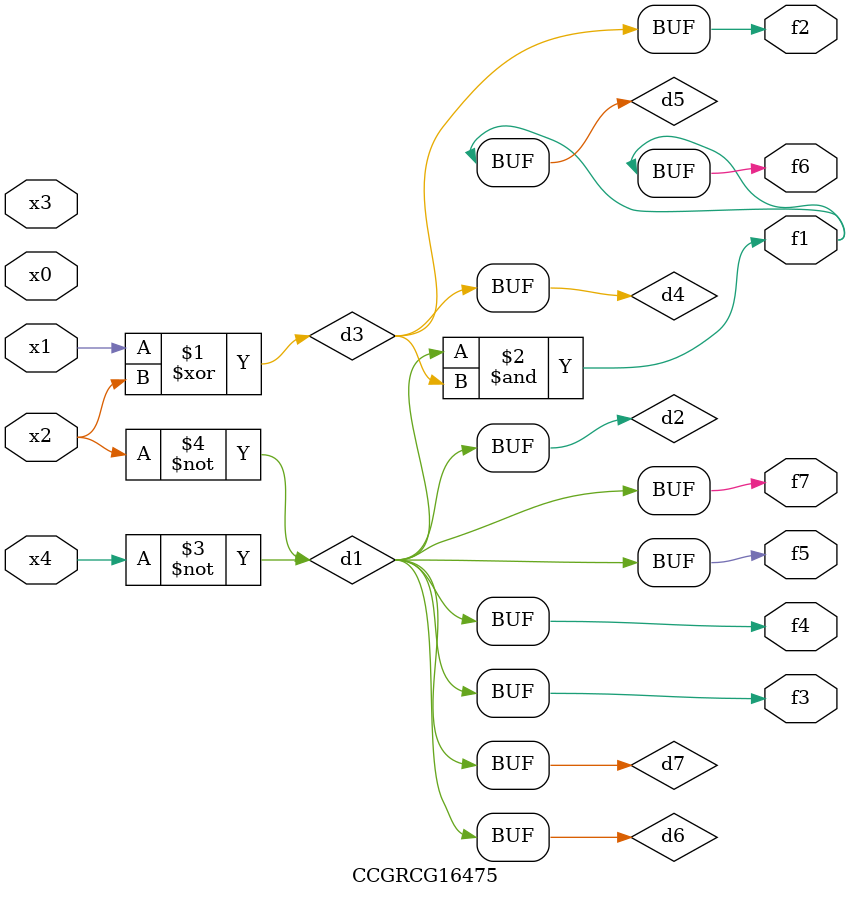
<source format=v>
module CCGRCG16475(
	input x0, x1, x2, x3, x4,
	output f1, f2, f3, f4, f5, f6, f7
);

	wire d1, d2, d3, d4, d5, d6, d7;

	not (d1, x4);
	not (d2, x2);
	xor (d3, x1, x2);
	buf (d4, d3);
	and (d5, d1, d3);
	buf (d6, d1, d2);
	buf (d7, d2);
	assign f1 = d5;
	assign f2 = d4;
	assign f3 = d7;
	assign f4 = d7;
	assign f5 = d7;
	assign f6 = d5;
	assign f7 = d7;
endmodule

</source>
